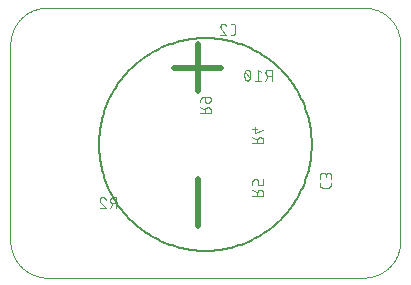
<source format=gbo>
G75*
%MOIN*%
%OFA0B0*%
%FSLAX25Y25*%
%IPPOS*%
%LPD*%
%AMOC8*
5,1,8,0,0,1.08239X$1,22.5*
%
%ADD10C,0.00394*%
%ADD11C,0.00400*%
%ADD12C,0.00500*%
%ADD13C,0.02000*%
%ADD14C,0.00300*%
D10*
X0014300Y0023933D02*
X0014001Y0023931D01*
X0013702Y0023936D01*
X0013403Y0023949D01*
X0013105Y0023969D01*
X0012807Y0023996D01*
X0012510Y0024030D01*
X0012214Y0024072D01*
X0011919Y0024121D01*
X0011625Y0024177D01*
X0011333Y0024240D01*
X0011042Y0024310D01*
X0010753Y0024388D01*
X0010466Y0024472D01*
X0010181Y0024563D01*
X0009899Y0024661D01*
X0009619Y0024766D01*
X0009342Y0024878D01*
X0009067Y0024997D01*
X0008796Y0025122D01*
X0008527Y0025254D01*
X0008262Y0025392D01*
X0008000Y0025537D01*
X0007742Y0025688D01*
X0007488Y0025845D01*
X0007237Y0026009D01*
X0006991Y0026178D01*
X0006749Y0026353D01*
X0006511Y0026535D01*
X0006278Y0026722D01*
X0006049Y0026914D01*
X0005825Y0027113D01*
X0005606Y0027316D01*
X0005392Y0027525D01*
X0005183Y0027739D01*
X0004980Y0027958D01*
X0004781Y0028182D01*
X0004589Y0028411D01*
X0004402Y0028644D01*
X0004220Y0028882D01*
X0004045Y0029124D01*
X0003876Y0029370D01*
X0003712Y0029621D01*
X0003555Y0029875D01*
X0003404Y0030133D01*
X0003259Y0030395D01*
X0003121Y0030660D01*
X0002989Y0030929D01*
X0002864Y0031200D01*
X0002745Y0031475D01*
X0002633Y0031752D01*
X0002528Y0032032D01*
X0002430Y0032314D01*
X0002339Y0032599D01*
X0002255Y0032886D01*
X0002177Y0033175D01*
X0002107Y0033466D01*
X0002044Y0033758D01*
X0001988Y0034052D01*
X0001939Y0034347D01*
X0001897Y0034643D01*
X0001863Y0034940D01*
X0001836Y0035238D01*
X0001816Y0035536D01*
X0001803Y0035835D01*
X0001798Y0036134D01*
X0001800Y0036433D01*
X0001800Y0101433D02*
X0001798Y0101732D01*
X0001803Y0102031D01*
X0001816Y0102330D01*
X0001836Y0102628D01*
X0001863Y0102926D01*
X0001897Y0103223D01*
X0001939Y0103519D01*
X0001988Y0103814D01*
X0002044Y0104108D01*
X0002107Y0104400D01*
X0002177Y0104691D01*
X0002255Y0104980D01*
X0002339Y0105267D01*
X0002430Y0105552D01*
X0002528Y0105834D01*
X0002633Y0106114D01*
X0002745Y0106391D01*
X0002864Y0106666D01*
X0002989Y0106937D01*
X0003121Y0107206D01*
X0003259Y0107471D01*
X0003404Y0107733D01*
X0003555Y0107991D01*
X0003712Y0108245D01*
X0003876Y0108496D01*
X0004045Y0108742D01*
X0004220Y0108984D01*
X0004402Y0109222D01*
X0004589Y0109455D01*
X0004781Y0109684D01*
X0004980Y0109908D01*
X0005183Y0110127D01*
X0005392Y0110341D01*
X0005606Y0110550D01*
X0005825Y0110753D01*
X0006049Y0110952D01*
X0006278Y0111144D01*
X0006511Y0111331D01*
X0006749Y0111513D01*
X0006991Y0111688D01*
X0007237Y0111857D01*
X0007488Y0112021D01*
X0007742Y0112178D01*
X0008000Y0112329D01*
X0008262Y0112474D01*
X0008527Y0112612D01*
X0008796Y0112744D01*
X0009067Y0112869D01*
X0009342Y0112988D01*
X0009619Y0113100D01*
X0009899Y0113205D01*
X0010181Y0113303D01*
X0010466Y0113394D01*
X0010753Y0113478D01*
X0011042Y0113556D01*
X0011333Y0113626D01*
X0011625Y0113689D01*
X0011919Y0113745D01*
X0012214Y0113794D01*
X0012510Y0113836D01*
X0012807Y0113870D01*
X0013105Y0113897D01*
X0013403Y0113917D01*
X0013702Y0113930D01*
X0014001Y0113935D01*
X0014300Y0113933D01*
X0119300Y0113933D02*
X0119599Y0113935D01*
X0119898Y0113930D01*
X0120197Y0113917D01*
X0120495Y0113897D01*
X0120793Y0113870D01*
X0121090Y0113836D01*
X0121386Y0113794D01*
X0121681Y0113745D01*
X0121975Y0113689D01*
X0122267Y0113626D01*
X0122558Y0113556D01*
X0122847Y0113478D01*
X0123134Y0113394D01*
X0123419Y0113303D01*
X0123701Y0113205D01*
X0123981Y0113100D01*
X0124258Y0112988D01*
X0124533Y0112869D01*
X0124804Y0112744D01*
X0125073Y0112612D01*
X0125338Y0112474D01*
X0125600Y0112329D01*
X0125858Y0112178D01*
X0126112Y0112021D01*
X0126363Y0111857D01*
X0126609Y0111688D01*
X0126851Y0111513D01*
X0127089Y0111331D01*
X0127322Y0111144D01*
X0127551Y0110952D01*
X0127775Y0110753D01*
X0127994Y0110550D01*
X0128208Y0110341D01*
X0128417Y0110127D01*
X0128620Y0109908D01*
X0128819Y0109684D01*
X0129011Y0109455D01*
X0129198Y0109222D01*
X0129380Y0108984D01*
X0129555Y0108742D01*
X0129724Y0108496D01*
X0129888Y0108245D01*
X0130045Y0107991D01*
X0130196Y0107733D01*
X0130341Y0107471D01*
X0130479Y0107206D01*
X0130611Y0106937D01*
X0130736Y0106666D01*
X0130855Y0106391D01*
X0130967Y0106114D01*
X0131072Y0105834D01*
X0131170Y0105552D01*
X0131261Y0105267D01*
X0131345Y0104980D01*
X0131423Y0104691D01*
X0131493Y0104400D01*
X0131556Y0104108D01*
X0131612Y0103814D01*
X0131661Y0103519D01*
X0131703Y0103223D01*
X0131737Y0102926D01*
X0131764Y0102628D01*
X0131784Y0102330D01*
X0131797Y0102031D01*
X0131802Y0101732D01*
X0131800Y0101433D01*
X0131800Y0036433D02*
X0131802Y0036134D01*
X0131797Y0035835D01*
X0131784Y0035536D01*
X0131764Y0035238D01*
X0131737Y0034940D01*
X0131703Y0034643D01*
X0131661Y0034347D01*
X0131612Y0034052D01*
X0131556Y0033758D01*
X0131493Y0033466D01*
X0131423Y0033175D01*
X0131345Y0032886D01*
X0131261Y0032599D01*
X0131170Y0032314D01*
X0131072Y0032032D01*
X0130967Y0031752D01*
X0130855Y0031475D01*
X0130736Y0031200D01*
X0130611Y0030929D01*
X0130479Y0030660D01*
X0130341Y0030395D01*
X0130196Y0030133D01*
X0130045Y0029875D01*
X0129888Y0029621D01*
X0129724Y0029370D01*
X0129555Y0029124D01*
X0129380Y0028882D01*
X0129198Y0028644D01*
X0129011Y0028411D01*
X0128819Y0028182D01*
X0128620Y0027958D01*
X0128417Y0027739D01*
X0128208Y0027525D01*
X0127994Y0027316D01*
X0127775Y0027113D01*
X0127551Y0026914D01*
X0127322Y0026722D01*
X0127089Y0026535D01*
X0126851Y0026353D01*
X0126609Y0026178D01*
X0126363Y0026009D01*
X0126112Y0025845D01*
X0125858Y0025688D01*
X0125600Y0025537D01*
X0125338Y0025392D01*
X0125073Y0025254D01*
X0124804Y0025122D01*
X0124533Y0024997D01*
X0124258Y0024878D01*
X0123981Y0024766D01*
X0123701Y0024661D01*
X0123419Y0024563D01*
X0123134Y0024472D01*
X0122847Y0024388D01*
X0122558Y0024310D01*
X0122267Y0024240D01*
X0121975Y0024177D01*
X0121681Y0024121D01*
X0121386Y0024072D01*
X0121090Y0024030D01*
X0120793Y0023996D01*
X0120495Y0023969D01*
X0120197Y0023949D01*
X0119898Y0023936D01*
X0119599Y0023931D01*
X0119300Y0023933D01*
D11*
X0014300Y0023933D01*
X0001800Y0036433D02*
X0001800Y0101433D01*
X0014300Y0113933D02*
X0119300Y0113933D01*
X0131800Y0101433D02*
X0131800Y0036433D01*
D12*
X0031367Y0068303D02*
X0031378Y0069173D01*
X0031410Y0070042D01*
X0031463Y0070910D01*
X0031538Y0071776D01*
X0031633Y0072640D01*
X0031751Y0073502D01*
X0031889Y0074361D01*
X0032048Y0075216D01*
X0032228Y0076066D01*
X0032429Y0076913D01*
X0032651Y0077753D01*
X0032893Y0078589D01*
X0033155Y0079418D01*
X0033438Y0080240D01*
X0033741Y0081055D01*
X0034064Y0081863D01*
X0034407Y0082662D01*
X0034769Y0083453D01*
X0035150Y0084234D01*
X0035551Y0085006D01*
X0035970Y0085768D01*
X0036408Y0086519D01*
X0036864Y0087260D01*
X0037339Y0087989D01*
X0037831Y0088706D01*
X0038340Y0089410D01*
X0038867Y0090103D01*
X0039410Y0090781D01*
X0039970Y0091447D01*
X0040546Y0092098D01*
X0041138Y0092735D01*
X0041745Y0093358D01*
X0042368Y0093965D01*
X0043005Y0094557D01*
X0043656Y0095133D01*
X0044322Y0095693D01*
X0045000Y0096236D01*
X0045693Y0096763D01*
X0046397Y0097272D01*
X0047114Y0097764D01*
X0047843Y0098239D01*
X0048584Y0098695D01*
X0049335Y0099133D01*
X0050097Y0099552D01*
X0050869Y0099953D01*
X0051650Y0100334D01*
X0052441Y0100696D01*
X0053240Y0101039D01*
X0054048Y0101362D01*
X0054863Y0101665D01*
X0055685Y0101948D01*
X0056514Y0102210D01*
X0057350Y0102452D01*
X0058190Y0102674D01*
X0059037Y0102875D01*
X0059887Y0103055D01*
X0060742Y0103214D01*
X0061601Y0103352D01*
X0062463Y0103470D01*
X0063327Y0103565D01*
X0064193Y0103640D01*
X0065061Y0103693D01*
X0065930Y0103725D01*
X0066800Y0103736D01*
X0067670Y0103725D01*
X0068539Y0103693D01*
X0069407Y0103640D01*
X0070273Y0103565D01*
X0071137Y0103470D01*
X0071999Y0103352D01*
X0072858Y0103214D01*
X0073713Y0103055D01*
X0074563Y0102875D01*
X0075410Y0102674D01*
X0076250Y0102452D01*
X0077086Y0102210D01*
X0077915Y0101948D01*
X0078737Y0101665D01*
X0079552Y0101362D01*
X0080360Y0101039D01*
X0081159Y0100696D01*
X0081950Y0100334D01*
X0082731Y0099953D01*
X0083503Y0099552D01*
X0084265Y0099133D01*
X0085016Y0098695D01*
X0085757Y0098239D01*
X0086486Y0097764D01*
X0087203Y0097272D01*
X0087907Y0096763D01*
X0088600Y0096236D01*
X0089278Y0095693D01*
X0089944Y0095133D01*
X0090595Y0094557D01*
X0091232Y0093965D01*
X0091855Y0093358D01*
X0092462Y0092735D01*
X0093054Y0092098D01*
X0093630Y0091447D01*
X0094190Y0090781D01*
X0094733Y0090103D01*
X0095260Y0089410D01*
X0095769Y0088706D01*
X0096261Y0087989D01*
X0096736Y0087260D01*
X0097192Y0086519D01*
X0097630Y0085768D01*
X0098049Y0085006D01*
X0098450Y0084234D01*
X0098831Y0083453D01*
X0099193Y0082662D01*
X0099536Y0081863D01*
X0099859Y0081055D01*
X0100162Y0080240D01*
X0100445Y0079418D01*
X0100707Y0078589D01*
X0100949Y0077753D01*
X0101171Y0076913D01*
X0101372Y0076066D01*
X0101552Y0075216D01*
X0101711Y0074361D01*
X0101849Y0073502D01*
X0101967Y0072640D01*
X0102062Y0071776D01*
X0102137Y0070910D01*
X0102190Y0070042D01*
X0102222Y0069173D01*
X0102233Y0068303D01*
X0102222Y0067433D01*
X0102190Y0066564D01*
X0102137Y0065696D01*
X0102062Y0064830D01*
X0101967Y0063966D01*
X0101849Y0063104D01*
X0101711Y0062245D01*
X0101552Y0061390D01*
X0101372Y0060540D01*
X0101171Y0059693D01*
X0100949Y0058853D01*
X0100707Y0058017D01*
X0100445Y0057188D01*
X0100162Y0056366D01*
X0099859Y0055551D01*
X0099536Y0054743D01*
X0099193Y0053944D01*
X0098831Y0053153D01*
X0098450Y0052372D01*
X0098049Y0051600D01*
X0097630Y0050838D01*
X0097192Y0050087D01*
X0096736Y0049346D01*
X0096261Y0048617D01*
X0095769Y0047900D01*
X0095260Y0047196D01*
X0094733Y0046503D01*
X0094190Y0045825D01*
X0093630Y0045159D01*
X0093054Y0044508D01*
X0092462Y0043871D01*
X0091855Y0043248D01*
X0091232Y0042641D01*
X0090595Y0042049D01*
X0089944Y0041473D01*
X0089278Y0040913D01*
X0088600Y0040370D01*
X0087907Y0039843D01*
X0087203Y0039334D01*
X0086486Y0038842D01*
X0085757Y0038367D01*
X0085016Y0037911D01*
X0084265Y0037473D01*
X0083503Y0037054D01*
X0082731Y0036653D01*
X0081950Y0036272D01*
X0081159Y0035910D01*
X0080360Y0035567D01*
X0079552Y0035244D01*
X0078737Y0034941D01*
X0077915Y0034658D01*
X0077086Y0034396D01*
X0076250Y0034154D01*
X0075410Y0033932D01*
X0074563Y0033731D01*
X0073713Y0033551D01*
X0072858Y0033392D01*
X0071999Y0033254D01*
X0071137Y0033136D01*
X0070273Y0033041D01*
X0069407Y0032966D01*
X0068539Y0032913D01*
X0067670Y0032881D01*
X0066800Y0032870D01*
X0065930Y0032881D01*
X0065061Y0032913D01*
X0064193Y0032966D01*
X0063327Y0033041D01*
X0062463Y0033136D01*
X0061601Y0033254D01*
X0060742Y0033392D01*
X0059887Y0033551D01*
X0059037Y0033731D01*
X0058190Y0033932D01*
X0057350Y0034154D01*
X0056514Y0034396D01*
X0055685Y0034658D01*
X0054863Y0034941D01*
X0054048Y0035244D01*
X0053240Y0035567D01*
X0052441Y0035910D01*
X0051650Y0036272D01*
X0050869Y0036653D01*
X0050097Y0037054D01*
X0049335Y0037473D01*
X0048584Y0037911D01*
X0047843Y0038367D01*
X0047114Y0038842D01*
X0046397Y0039334D01*
X0045693Y0039843D01*
X0045000Y0040370D01*
X0044322Y0040913D01*
X0043656Y0041473D01*
X0043005Y0042049D01*
X0042368Y0042641D01*
X0041745Y0043248D01*
X0041138Y0043871D01*
X0040546Y0044508D01*
X0039970Y0045159D01*
X0039410Y0045825D01*
X0038867Y0046503D01*
X0038340Y0047196D01*
X0037831Y0047900D01*
X0037339Y0048617D01*
X0036864Y0049346D01*
X0036408Y0050087D01*
X0035970Y0050838D01*
X0035551Y0051600D01*
X0035150Y0052372D01*
X0034769Y0053153D01*
X0034407Y0053944D01*
X0034064Y0054743D01*
X0033741Y0055551D01*
X0033438Y0056366D01*
X0033155Y0057188D01*
X0032893Y0058017D01*
X0032651Y0058853D01*
X0032429Y0059693D01*
X0032228Y0060540D01*
X0032048Y0061390D01*
X0031889Y0062245D01*
X0031751Y0063104D01*
X0031633Y0063966D01*
X0031538Y0064830D01*
X0031463Y0065696D01*
X0031410Y0066564D01*
X0031378Y0067433D01*
X0031367Y0068303D01*
D13*
X0064200Y0056733D02*
X0064200Y0041133D01*
X0064200Y0086133D02*
X0064200Y0101733D01*
X0056400Y0093933D02*
X0072000Y0093933D01*
D14*
X0081778Y0091433D02*
X0081776Y0091328D01*
X0081771Y0091224D01*
X0081762Y0091120D01*
X0081749Y0091016D01*
X0081733Y0090913D01*
X0081713Y0090810D01*
X0081689Y0090708D01*
X0081662Y0090607D01*
X0081631Y0090507D01*
X0081597Y0090408D01*
X0081560Y0090311D01*
X0081519Y0090215D01*
X0081475Y0090120D01*
X0081576Y0090423D02*
X0079960Y0092443D01*
X0080060Y0092747D02*
X0080080Y0092798D01*
X0080103Y0092847D01*
X0080130Y0092894D01*
X0080160Y0092940D01*
X0080194Y0092983D01*
X0080230Y0093024D01*
X0080269Y0093062D01*
X0080311Y0093096D01*
X0080356Y0093128D01*
X0080402Y0093157D01*
X0080451Y0093181D01*
X0080501Y0093203D01*
X0080553Y0093220D01*
X0080606Y0093234D01*
X0080659Y0093244D01*
X0080713Y0093250D01*
X0080768Y0093252D01*
X0080823Y0093250D01*
X0080877Y0093244D01*
X0080930Y0093234D01*
X0080983Y0093220D01*
X0081035Y0093203D01*
X0081085Y0093181D01*
X0081134Y0093157D01*
X0081180Y0093128D01*
X0081225Y0093096D01*
X0081267Y0093062D01*
X0081306Y0093024D01*
X0081342Y0092983D01*
X0081376Y0092940D01*
X0081406Y0092894D01*
X0081433Y0092847D01*
X0081456Y0092798D01*
X0081476Y0092747D01*
X0080061Y0092746D02*
X0080017Y0092652D01*
X0079976Y0092555D01*
X0079939Y0092458D01*
X0079905Y0092359D01*
X0079874Y0092259D01*
X0079847Y0092158D01*
X0079823Y0092056D01*
X0079803Y0091953D01*
X0079787Y0091850D01*
X0079774Y0091746D01*
X0079765Y0091642D01*
X0079760Y0091538D01*
X0079758Y0091433D01*
X0081778Y0091433D02*
X0081776Y0091538D01*
X0081771Y0091642D01*
X0081762Y0091746D01*
X0081749Y0091850D01*
X0081733Y0091953D01*
X0081713Y0092056D01*
X0081689Y0092158D01*
X0081662Y0092259D01*
X0081631Y0092359D01*
X0081597Y0092458D01*
X0081560Y0092555D01*
X0081519Y0092651D01*
X0081475Y0092746D01*
X0079758Y0091433D02*
X0079760Y0091328D01*
X0079765Y0091224D01*
X0079774Y0091120D01*
X0079787Y0091016D01*
X0079803Y0090913D01*
X0079823Y0090810D01*
X0079847Y0090708D01*
X0079874Y0090607D01*
X0079905Y0090507D01*
X0079939Y0090408D01*
X0079976Y0090311D01*
X0080017Y0090214D01*
X0080061Y0090120D01*
X0080060Y0090119D02*
X0080080Y0090068D01*
X0080103Y0090019D01*
X0080130Y0089972D01*
X0080160Y0089926D01*
X0080194Y0089883D01*
X0080230Y0089842D01*
X0080269Y0089804D01*
X0080311Y0089770D01*
X0080356Y0089738D01*
X0080402Y0089709D01*
X0080451Y0089685D01*
X0080501Y0089663D01*
X0080553Y0089646D01*
X0080606Y0089632D01*
X0080659Y0089622D01*
X0080713Y0089616D01*
X0080768Y0089614D01*
X0080823Y0089616D01*
X0080877Y0089622D01*
X0080930Y0089632D01*
X0080983Y0089646D01*
X0081035Y0089663D01*
X0081085Y0089685D01*
X0081134Y0089709D01*
X0081180Y0089738D01*
X0081225Y0089770D01*
X0081267Y0089804D01*
X0081306Y0089842D01*
X0081342Y0089883D01*
X0081376Y0089926D01*
X0081406Y0089972D01*
X0081433Y0090019D01*
X0081456Y0090068D01*
X0081476Y0090119D01*
X0083301Y0089615D02*
X0085321Y0089615D01*
X0084311Y0089615D02*
X0084311Y0093252D01*
X0085321Y0092443D01*
X0087832Y0093251D02*
X0087770Y0093249D01*
X0087708Y0093243D01*
X0087646Y0093234D01*
X0087586Y0093220D01*
X0087526Y0093203D01*
X0087467Y0093183D01*
X0087410Y0093159D01*
X0087354Y0093131D01*
X0087300Y0093100D01*
X0087248Y0093065D01*
X0087199Y0093028D01*
X0087152Y0092987D01*
X0087107Y0092944D01*
X0087065Y0092898D01*
X0087026Y0092850D01*
X0086990Y0092799D01*
X0086957Y0092746D01*
X0086928Y0092691D01*
X0086902Y0092635D01*
X0086879Y0092577D01*
X0086861Y0092517D01*
X0086845Y0092457D01*
X0086834Y0092396D01*
X0086826Y0092334D01*
X0086822Y0092272D01*
X0086822Y0092210D01*
X0086826Y0092148D01*
X0086834Y0092086D01*
X0086845Y0092025D01*
X0086861Y0091965D01*
X0086879Y0091905D01*
X0086902Y0091847D01*
X0086928Y0091791D01*
X0086957Y0091736D01*
X0086990Y0091683D01*
X0087026Y0091632D01*
X0087065Y0091584D01*
X0087107Y0091538D01*
X0087152Y0091495D01*
X0087199Y0091454D01*
X0087248Y0091417D01*
X0087300Y0091382D01*
X0087354Y0091351D01*
X0087410Y0091323D01*
X0087467Y0091299D01*
X0087526Y0091279D01*
X0087586Y0091262D01*
X0087646Y0091248D01*
X0087708Y0091239D01*
X0087770Y0091233D01*
X0087832Y0091231D01*
X0088842Y0091231D01*
X0087630Y0091231D02*
X0086822Y0089615D01*
X0088842Y0089615D02*
X0088842Y0093252D01*
X0087832Y0093252D01*
X0075983Y0104870D02*
X0075175Y0104870D01*
X0075983Y0104871D02*
X0076038Y0104873D01*
X0076093Y0104879D01*
X0076147Y0104888D01*
X0076201Y0104901D01*
X0076254Y0104918D01*
X0076305Y0104938D01*
X0076355Y0104962D01*
X0076403Y0104989D01*
X0076449Y0105019D01*
X0076493Y0105052D01*
X0076535Y0105088D01*
X0076574Y0105127D01*
X0076610Y0105169D01*
X0076643Y0105213D01*
X0076673Y0105259D01*
X0076700Y0105307D01*
X0076724Y0105357D01*
X0076744Y0105408D01*
X0076761Y0105461D01*
X0076774Y0105515D01*
X0076783Y0105569D01*
X0076789Y0105624D01*
X0076791Y0105679D01*
X0076792Y0105679D02*
X0076792Y0107699D01*
X0076791Y0107699D02*
X0076789Y0107754D01*
X0076783Y0107809D01*
X0076774Y0107863D01*
X0076761Y0107917D01*
X0076744Y0107970D01*
X0076724Y0108021D01*
X0076700Y0108071D01*
X0076673Y0108119D01*
X0076643Y0108165D01*
X0076610Y0108209D01*
X0076574Y0108251D01*
X0076535Y0108290D01*
X0076493Y0108326D01*
X0076449Y0108359D01*
X0076403Y0108389D01*
X0076355Y0108416D01*
X0076305Y0108440D01*
X0076254Y0108460D01*
X0076201Y0108477D01*
X0076147Y0108490D01*
X0076093Y0108499D01*
X0076038Y0108505D01*
X0075983Y0108507D01*
X0075175Y0108507D01*
X0072111Y0106890D02*
X0072068Y0106934D01*
X0072029Y0106980D01*
X0071992Y0107028D01*
X0071958Y0107079D01*
X0071927Y0107131D01*
X0071899Y0107185D01*
X0071875Y0107241D01*
X0071855Y0107299D01*
X0071838Y0107357D01*
X0071825Y0107416D01*
X0071816Y0107477D01*
X0071810Y0107537D01*
X0071808Y0107598D01*
X0072111Y0106891D02*
X0073829Y0104870D01*
X0071808Y0104870D01*
X0073829Y0107699D02*
X0073807Y0107762D01*
X0073781Y0107823D01*
X0073751Y0107883D01*
X0073719Y0107941D01*
X0073683Y0107998D01*
X0073643Y0108052D01*
X0073601Y0108103D01*
X0073556Y0108153D01*
X0073508Y0108199D01*
X0073458Y0108243D01*
X0073405Y0108284D01*
X0073350Y0108321D01*
X0073293Y0108356D01*
X0073234Y0108387D01*
X0073173Y0108415D01*
X0073111Y0108439D01*
X0073047Y0108460D01*
X0072983Y0108477D01*
X0072917Y0108490D01*
X0072851Y0108499D01*
X0072785Y0108505D01*
X0072718Y0108507D01*
X0072659Y0108505D01*
X0072599Y0108499D01*
X0072541Y0108490D01*
X0072483Y0108476D01*
X0072426Y0108459D01*
X0072370Y0108438D01*
X0072316Y0108413D01*
X0072263Y0108385D01*
X0072213Y0108354D01*
X0072165Y0108319D01*
X0072119Y0108281D01*
X0072075Y0108241D01*
X0072035Y0108197D01*
X0071997Y0108151D01*
X0071962Y0108103D01*
X0071931Y0108052D01*
X0071903Y0108000D01*
X0071878Y0107946D01*
X0071857Y0107890D01*
X0071840Y0107833D01*
X0071826Y0107775D01*
X0071817Y0107717D01*
X0071811Y0107657D01*
X0071809Y0107598D01*
X0067608Y0084204D02*
X0066598Y0084204D01*
X0066598Y0082992D01*
X0066598Y0084203D02*
X0066519Y0084201D01*
X0066440Y0084195D01*
X0066361Y0084186D01*
X0066283Y0084172D01*
X0066205Y0084155D01*
X0066129Y0084133D01*
X0066054Y0084109D01*
X0065980Y0084080D01*
X0065907Y0084048D01*
X0065836Y0084012D01*
X0065767Y0083973D01*
X0065700Y0083931D01*
X0065635Y0083885D01*
X0065573Y0083836D01*
X0065513Y0083784D01*
X0065455Y0083730D01*
X0065401Y0083672D01*
X0065349Y0083612D01*
X0065300Y0083550D01*
X0065254Y0083485D01*
X0065212Y0083418D01*
X0065173Y0083349D01*
X0065137Y0083278D01*
X0065105Y0083205D01*
X0065076Y0083131D01*
X0065052Y0083056D01*
X0065030Y0082980D01*
X0065013Y0082902D01*
X0064999Y0082824D01*
X0064990Y0082745D01*
X0064984Y0082666D01*
X0064982Y0082587D01*
X0064981Y0080683D02*
X0066598Y0079875D01*
X0066598Y0079673D02*
X0066598Y0078662D01*
X0066598Y0079673D02*
X0066600Y0079735D01*
X0066606Y0079797D01*
X0066615Y0079859D01*
X0066629Y0079919D01*
X0066646Y0079979D01*
X0066666Y0080038D01*
X0066690Y0080095D01*
X0066718Y0080151D01*
X0066749Y0080205D01*
X0066784Y0080257D01*
X0066821Y0080306D01*
X0066862Y0080353D01*
X0066905Y0080398D01*
X0066951Y0080440D01*
X0066999Y0080479D01*
X0067050Y0080515D01*
X0067103Y0080548D01*
X0067158Y0080577D01*
X0067214Y0080603D01*
X0067272Y0080626D01*
X0067332Y0080644D01*
X0067392Y0080660D01*
X0067453Y0080671D01*
X0067515Y0080679D01*
X0067577Y0080683D01*
X0067639Y0080683D01*
X0067701Y0080679D01*
X0067763Y0080671D01*
X0067824Y0080660D01*
X0067884Y0080644D01*
X0067944Y0080626D01*
X0068002Y0080603D01*
X0068058Y0080577D01*
X0068113Y0080548D01*
X0068166Y0080515D01*
X0068217Y0080479D01*
X0068265Y0080440D01*
X0068311Y0080398D01*
X0068354Y0080353D01*
X0068395Y0080306D01*
X0068432Y0080257D01*
X0068467Y0080205D01*
X0068498Y0080151D01*
X0068526Y0080095D01*
X0068550Y0080038D01*
X0068570Y0079979D01*
X0068587Y0079919D01*
X0068601Y0079859D01*
X0068610Y0079797D01*
X0068616Y0079735D01*
X0068618Y0079673D01*
X0068619Y0079673D02*
X0068619Y0078662D01*
X0064981Y0078662D01*
X0067406Y0082183D02*
X0067608Y0082183D01*
X0067406Y0082184D02*
X0067351Y0082186D01*
X0067296Y0082192D01*
X0067242Y0082201D01*
X0067188Y0082214D01*
X0067135Y0082231D01*
X0067084Y0082251D01*
X0067034Y0082275D01*
X0066986Y0082302D01*
X0066940Y0082332D01*
X0066896Y0082365D01*
X0066855Y0082401D01*
X0066815Y0082440D01*
X0066779Y0082482D01*
X0066746Y0082526D01*
X0066716Y0082572D01*
X0066689Y0082620D01*
X0066665Y0082670D01*
X0066645Y0082721D01*
X0066628Y0082774D01*
X0066615Y0082828D01*
X0066606Y0082882D01*
X0066600Y0082937D01*
X0066598Y0082992D01*
X0067608Y0082184D02*
X0067670Y0082186D01*
X0067732Y0082192D01*
X0067794Y0082201D01*
X0067854Y0082215D01*
X0067914Y0082232D01*
X0067973Y0082252D01*
X0068030Y0082276D01*
X0068086Y0082304D01*
X0068140Y0082335D01*
X0068192Y0082370D01*
X0068241Y0082407D01*
X0068288Y0082448D01*
X0068333Y0082491D01*
X0068375Y0082537D01*
X0068414Y0082585D01*
X0068450Y0082636D01*
X0068483Y0082689D01*
X0068512Y0082744D01*
X0068538Y0082800D01*
X0068561Y0082858D01*
X0068579Y0082918D01*
X0068595Y0082978D01*
X0068606Y0083039D01*
X0068614Y0083101D01*
X0068618Y0083163D01*
X0068618Y0083225D01*
X0068614Y0083287D01*
X0068606Y0083349D01*
X0068595Y0083410D01*
X0068579Y0083470D01*
X0068561Y0083530D01*
X0068538Y0083588D01*
X0068512Y0083644D01*
X0068483Y0083699D01*
X0068450Y0083752D01*
X0068414Y0083803D01*
X0068375Y0083851D01*
X0068333Y0083897D01*
X0068288Y0083940D01*
X0068241Y0083981D01*
X0068192Y0084018D01*
X0068140Y0084053D01*
X0068086Y0084084D01*
X0068030Y0084112D01*
X0067973Y0084136D01*
X0067914Y0084156D01*
X0067854Y0084173D01*
X0067794Y0084187D01*
X0067732Y0084196D01*
X0067670Y0084202D01*
X0067608Y0084204D01*
X0082481Y0073598D02*
X0084098Y0073598D01*
X0083290Y0074204D02*
X0083290Y0072183D01*
X0086119Y0072992D01*
X0084098Y0069875D02*
X0082481Y0070683D01*
X0084098Y0069673D02*
X0084098Y0068662D01*
X0084098Y0069673D02*
X0084100Y0069735D01*
X0084106Y0069797D01*
X0084115Y0069859D01*
X0084129Y0069919D01*
X0084146Y0069979D01*
X0084166Y0070038D01*
X0084190Y0070095D01*
X0084218Y0070151D01*
X0084249Y0070205D01*
X0084284Y0070257D01*
X0084321Y0070306D01*
X0084362Y0070353D01*
X0084405Y0070398D01*
X0084451Y0070440D01*
X0084499Y0070479D01*
X0084550Y0070515D01*
X0084603Y0070548D01*
X0084658Y0070577D01*
X0084714Y0070603D01*
X0084772Y0070626D01*
X0084832Y0070644D01*
X0084892Y0070660D01*
X0084953Y0070671D01*
X0085015Y0070679D01*
X0085077Y0070683D01*
X0085139Y0070683D01*
X0085201Y0070679D01*
X0085263Y0070671D01*
X0085324Y0070660D01*
X0085384Y0070644D01*
X0085444Y0070626D01*
X0085502Y0070603D01*
X0085558Y0070577D01*
X0085613Y0070548D01*
X0085666Y0070515D01*
X0085717Y0070479D01*
X0085765Y0070440D01*
X0085811Y0070398D01*
X0085854Y0070353D01*
X0085895Y0070306D01*
X0085932Y0070257D01*
X0085967Y0070205D01*
X0085998Y0070151D01*
X0086026Y0070095D01*
X0086050Y0070038D01*
X0086070Y0069979D01*
X0086087Y0069919D01*
X0086101Y0069859D01*
X0086110Y0069797D01*
X0086116Y0069735D01*
X0086118Y0069673D01*
X0086119Y0069673D02*
X0086119Y0068662D01*
X0082481Y0068662D01*
X0083290Y0056704D02*
X0083694Y0056704D01*
X0083749Y0056702D01*
X0083804Y0056696D01*
X0083858Y0056687D01*
X0083912Y0056674D01*
X0083965Y0056657D01*
X0084016Y0056637D01*
X0084066Y0056613D01*
X0084114Y0056586D01*
X0084160Y0056556D01*
X0084204Y0056523D01*
X0084246Y0056487D01*
X0084285Y0056448D01*
X0084321Y0056406D01*
X0084354Y0056362D01*
X0084384Y0056316D01*
X0084411Y0056268D01*
X0084435Y0056218D01*
X0084455Y0056167D01*
X0084472Y0056114D01*
X0084485Y0056060D01*
X0084494Y0056006D01*
X0084500Y0055951D01*
X0084502Y0055896D01*
X0084502Y0054683D01*
X0086119Y0054683D01*
X0086119Y0056704D01*
X0083290Y0056704D02*
X0083235Y0056702D01*
X0083180Y0056696D01*
X0083126Y0056687D01*
X0083072Y0056674D01*
X0083019Y0056657D01*
X0082968Y0056637D01*
X0082918Y0056613D01*
X0082870Y0056586D01*
X0082824Y0056556D01*
X0082780Y0056523D01*
X0082738Y0056487D01*
X0082699Y0056447D01*
X0082663Y0056406D01*
X0082630Y0056362D01*
X0082600Y0056316D01*
X0082573Y0056268D01*
X0082549Y0056218D01*
X0082529Y0056167D01*
X0082512Y0056114D01*
X0082499Y0056060D01*
X0082490Y0056006D01*
X0082484Y0055951D01*
X0082482Y0055896D01*
X0082481Y0055896D02*
X0082481Y0054683D01*
X0082481Y0053183D02*
X0084098Y0052375D01*
X0084098Y0052173D02*
X0084098Y0051162D01*
X0084098Y0052173D02*
X0084100Y0052235D01*
X0084106Y0052297D01*
X0084115Y0052359D01*
X0084129Y0052419D01*
X0084146Y0052479D01*
X0084166Y0052538D01*
X0084190Y0052595D01*
X0084218Y0052651D01*
X0084249Y0052705D01*
X0084284Y0052757D01*
X0084321Y0052806D01*
X0084362Y0052853D01*
X0084405Y0052898D01*
X0084451Y0052940D01*
X0084499Y0052979D01*
X0084550Y0053015D01*
X0084603Y0053048D01*
X0084658Y0053077D01*
X0084714Y0053103D01*
X0084772Y0053126D01*
X0084832Y0053144D01*
X0084892Y0053160D01*
X0084953Y0053171D01*
X0085015Y0053179D01*
X0085077Y0053183D01*
X0085139Y0053183D01*
X0085201Y0053179D01*
X0085263Y0053171D01*
X0085324Y0053160D01*
X0085384Y0053144D01*
X0085444Y0053126D01*
X0085502Y0053103D01*
X0085558Y0053077D01*
X0085613Y0053048D01*
X0085666Y0053015D01*
X0085717Y0052979D01*
X0085765Y0052940D01*
X0085811Y0052898D01*
X0085854Y0052853D01*
X0085895Y0052806D01*
X0085932Y0052757D01*
X0085967Y0052705D01*
X0085998Y0052651D01*
X0086026Y0052595D01*
X0086050Y0052538D01*
X0086070Y0052479D01*
X0086087Y0052419D01*
X0086101Y0052359D01*
X0086110Y0052297D01*
X0086116Y0052235D01*
X0086118Y0052173D01*
X0086119Y0052173D02*
X0086119Y0051162D01*
X0082481Y0051162D01*
X0104981Y0054750D02*
X0104981Y0055558D01*
X0104982Y0054750D02*
X0104984Y0054695D01*
X0104990Y0054640D01*
X0104999Y0054586D01*
X0105012Y0054532D01*
X0105029Y0054479D01*
X0105049Y0054428D01*
X0105073Y0054378D01*
X0105100Y0054330D01*
X0105130Y0054284D01*
X0105163Y0054240D01*
X0105199Y0054198D01*
X0105238Y0054159D01*
X0105280Y0054123D01*
X0105324Y0054090D01*
X0105370Y0054060D01*
X0105418Y0054033D01*
X0105468Y0054009D01*
X0105519Y0053989D01*
X0105572Y0053972D01*
X0105626Y0053959D01*
X0105680Y0053950D01*
X0105735Y0053944D01*
X0105790Y0053942D01*
X0105790Y0053941D02*
X0107810Y0053941D01*
X0107810Y0053942D02*
X0107865Y0053944D01*
X0107920Y0053950D01*
X0107974Y0053959D01*
X0108028Y0053972D01*
X0108081Y0053989D01*
X0108132Y0054009D01*
X0108182Y0054033D01*
X0108230Y0054060D01*
X0108276Y0054090D01*
X0108320Y0054123D01*
X0108361Y0054159D01*
X0108401Y0054198D01*
X0108437Y0054240D01*
X0108470Y0054284D01*
X0108500Y0054330D01*
X0108527Y0054378D01*
X0108551Y0054428D01*
X0108571Y0054479D01*
X0108588Y0054532D01*
X0108601Y0054586D01*
X0108610Y0054640D01*
X0108616Y0054695D01*
X0108618Y0054750D01*
X0108619Y0054750D02*
X0108619Y0055558D01*
X0108619Y0056904D02*
X0108619Y0058117D01*
X0108618Y0058117D02*
X0108616Y0058172D01*
X0108610Y0058227D01*
X0108601Y0058281D01*
X0108588Y0058335D01*
X0108571Y0058388D01*
X0108551Y0058439D01*
X0108527Y0058489D01*
X0108500Y0058537D01*
X0108470Y0058583D01*
X0108437Y0058627D01*
X0108401Y0058669D01*
X0108362Y0058708D01*
X0108320Y0058744D01*
X0108276Y0058777D01*
X0108230Y0058807D01*
X0108182Y0058834D01*
X0108132Y0058858D01*
X0108081Y0058878D01*
X0108028Y0058895D01*
X0107974Y0058908D01*
X0107920Y0058917D01*
X0107865Y0058923D01*
X0107810Y0058925D01*
X0107755Y0058923D01*
X0107700Y0058917D01*
X0107646Y0058908D01*
X0107592Y0058895D01*
X0107539Y0058878D01*
X0107488Y0058858D01*
X0107438Y0058834D01*
X0107390Y0058807D01*
X0107344Y0058777D01*
X0107300Y0058744D01*
X0107258Y0058708D01*
X0107219Y0058669D01*
X0107183Y0058627D01*
X0107150Y0058583D01*
X0107120Y0058537D01*
X0107093Y0058489D01*
X0107069Y0058439D01*
X0107049Y0058388D01*
X0107032Y0058335D01*
X0107019Y0058281D01*
X0107010Y0058227D01*
X0107004Y0058172D01*
X0107002Y0058117D01*
X0107002Y0057308D01*
X0107002Y0057914D02*
X0107000Y0057976D01*
X0106994Y0058038D01*
X0106985Y0058100D01*
X0106971Y0058160D01*
X0106954Y0058220D01*
X0106934Y0058279D01*
X0106910Y0058336D01*
X0106882Y0058392D01*
X0106851Y0058446D01*
X0106816Y0058498D01*
X0106779Y0058547D01*
X0106738Y0058594D01*
X0106695Y0058639D01*
X0106649Y0058681D01*
X0106601Y0058720D01*
X0106550Y0058756D01*
X0106497Y0058789D01*
X0106442Y0058818D01*
X0106386Y0058844D01*
X0106328Y0058867D01*
X0106268Y0058885D01*
X0106208Y0058901D01*
X0106147Y0058912D01*
X0106085Y0058920D01*
X0106023Y0058924D01*
X0105961Y0058924D01*
X0105899Y0058920D01*
X0105837Y0058912D01*
X0105776Y0058901D01*
X0105716Y0058885D01*
X0105656Y0058867D01*
X0105598Y0058844D01*
X0105542Y0058818D01*
X0105487Y0058789D01*
X0105434Y0058756D01*
X0105383Y0058720D01*
X0105335Y0058681D01*
X0105289Y0058639D01*
X0105246Y0058594D01*
X0105205Y0058547D01*
X0105168Y0058498D01*
X0105133Y0058446D01*
X0105102Y0058392D01*
X0105074Y0058336D01*
X0105050Y0058279D01*
X0105030Y0058220D01*
X0105013Y0058160D01*
X0104999Y0058100D01*
X0104990Y0058038D01*
X0104984Y0057976D01*
X0104982Y0057914D01*
X0104981Y0057914D02*
X0104981Y0056904D01*
X0037071Y0050752D02*
X0037071Y0047115D01*
X0035858Y0048731D02*
X0035050Y0047115D01*
X0033550Y0047115D02*
X0031529Y0047115D01*
X0033550Y0047115D02*
X0031832Y0049135D01*
X0032438Y0050751D02*
X0032505Y0050749D01*
X0032571Y0050743D01*
X0032637Y0050734D01*
X0032703Y0050721D01*
X0032767Y0050704D01*
X0032831Y0050683D01*
X0032893Y0050659D01*
X0032954Y0050631D01*
X0033013Y0050600D01*
X0033070Y0050565D01*
X0033125Y0050528D01*
X0033178Y0050487D01*
X0033228Y0050443D01*
X0033276Y0050397D01*
X0033321Y0050347D01*
X0033363Y0050296D01*
X0033403Y0050242D01*
X0033439Y0050185D01*
X0033471Y0050127D01*
X0033501Y0050067D01*
X0033527Y0050006D01*
X0033549Y0049943D01*
X0031832Y0049134D02*
X0031789Y0049178D01*
X0031750Y0049224D01*
X0031713Y0049272D01*
X0031679Y0049323D01*
X0031648Y0049375D01*
X0031620Y0049429D01*
X0031596Y0049485D01*
X0031576Y0049543D01*
X0031559Y0049601D01*
X0031546Y0049660D01*
X0031537Y0049721D01*
X0031531Y0049781D01*
X0031529Y0049842D01*
X0031531Y0049901D01*
X0031537Y0049961D01*
X0031546Y0050019D01*
X0031560Y0050077D01*
X0031577Y0050134D01*
X0031598Y0050190D01*
X0031623Y0050244D01*
X0031651Y0050296D01*
X0031682Y0050347D01*
X0031717Y0050395D01*
X0031755Y0050441D01*
X0031795Y0050485D01*
X0031839Y0050525D01*
X0031885Y0050563D01*
X0031933Y0050598D01*
X0031983Y0050629D01*
X0032036Y0050657D01*
X0032090Y0050682D01*
X0032146Y0050703D01*
X0032203Y0050720D01*
X0032261Y0050734D01*
X0032319Y0050743D01*
X0032379Y0050749D01*
X0032438Y0050751D01*
X0036061Y0050752D02*
X0037071Y0050752D01*
X0036061Y0050751D02*
X0035999Y0050749D01*
X0035937Y0050743D01*
X0035875Y0050734D01*
X0035815Y0050720D01*
X0035755Y0050703D01*
X0035696Y0050683D01*
X0035639Y0050659D01*
X0035583Y0050631D01*
X0035529Y0050600D01*
X0035477Y0050565D01*
X0035428Y0050528D01*
X0035381Y0050487D01*
X0035336Y0050444D01*
X0035294Y0050398D01*
X0035255Y0050350D01*
X0035219Y0050299D01*
X0035186Y0050246D01*
X0035157Y0050191D01*
X0035131Y0050135D01*
X0035108Y0050077D01*
X0035090Y0050017D01*
X0035074Y0049957D01*
X0035063Y0049896D01*
X0035055Y0049834D01*
X0035051Y0049772D01*
X0035051Y0049710D01*
X0035055Y0049648D01*
X0035063Y0049586D01*
X0035074Y0049525D01*
X0035090Y0049465D01*
X0035108Y0049405D01*
X0035131Y0049347D01*
X0035157Y0049291D01*
X0035186Y0049236D01*
X0035219Y0049183D01*
X0035255Y0049132D01*
X0035294Y0049084D01*
X0035336Y0049038D01*
X0035381Y0048995D01*
X0035428Y0048954D01*
X0035477Y0048917D01*
X0035529Y0048882D01*
X0035583Y0048851D01*
X0035639Y0048823D01*
X0035696Y0048799D01*
X0035755Y0048779D01*
X0035815Y0048762D01*
X0035875Y0048748D01*
X0035937Y0048739D01*
X0035999Y0048733D01*
X0036061Y0048731D01*
X0037071Y0048731D01*
M02*

</source>
